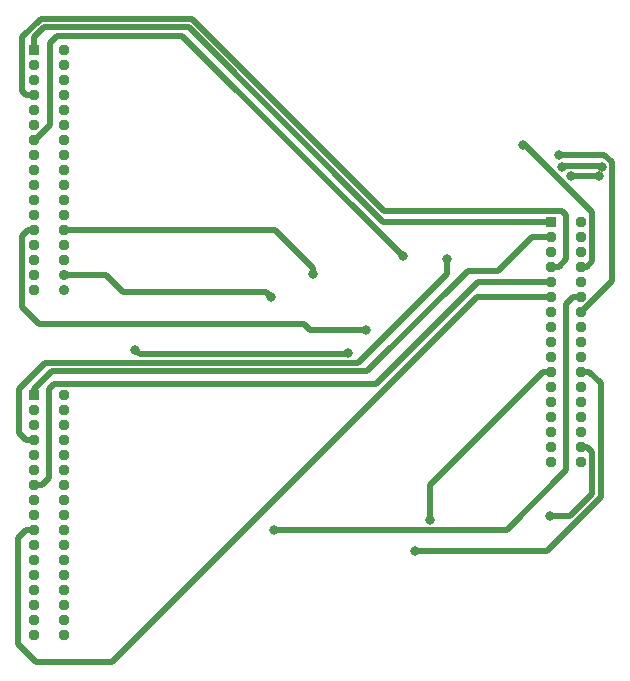
<source format=gbr>
%TF.GenerationSoftware,KiCad,Pcbnew,7.0.7*%
%TF.CreationDate,2023-09-12T10:00:41-04:00*%
%TF.ProjectId,Heater_South,48656174-6572-45f5-936f-7574682e6b69,rev?*%
%TF.SameCoordinates,Original*%
%TF.FileFunction,Copper,L1,Top*%
%TF.FilePolarity,Positive*%
%FSLAX46Y46*%
G04 Gerber Fmt 4.6, Leading zero omitted, Abs format (unit mm)*
G04 Created by KiCad (PCBNEW 7.0.7) date 2023-09-12 10:00:41*
%MOMM*%
%LPD*%
G01*
G04 APERTURE LIST*
%TA.AperFunction,ComponentPad*%
%ADD10R,0.940800X0.940800*%
%TD*%
%TA.AperFunction,ComponentPad*%
%ADD11C,0.940800*%
%TD*%
%TA.AperFunction,ComponentPad*%
%ADD12C,0.890000*%
%TD*%
%TA.AperFunction,ViaPad*%
%ADD13C,0.800000*%
%TD*%
%TA.AperFunction,Conductor*%
%ADD14C,0.508000*%
%TD*%
G04 APERTURE END LIST*
D10*
%TO.P,J2,1,Pin_1*%
%TO.N,/HB2_1*%
X93969840Y-80010000D03*
D11*
%TO.P,J2,2,Pin_2*%
%TO.N,/HB2_2*%
X96530160Y-80010000D03*
%TO.P,J2,3,Pin_3*%
%TO.N,unconnected-(J2-Pin_3-Pad3)*%
X93980000Y-81280000D03*
%TO.P,J2,4,Pin_4*%
%TO.N,unconnected-(J2-Pin_4-Pad4)*%
X96520000Y-81280000D03*
%TO.P,J2,5,Pin_5*%
%TO.N,unconnected-(J2-Pin_5-Pad5)*%
X93980000Y-82550000D03*
%TO.P,J2,6,Pin_6*%
%TO.N,unconnected-(J2-Pin_6-Pad6)*%
X96520000Y-82550000D03*
%TO.P,J2,7,Pin_7*%
%TO.N,/HB2_7*%
X93980000Y-83820000D03*
%TO.P,J2,8,Pin_8*%
%TO.N,/HB2_8*%
X96520000Y-83820000D03*
%TO.P,J2,9,Pin_9*%
%TO.N,unconnected-(J2-Pin_9-Pad9)*%
X93980000Y-85090000D03*
%TO.P,J2,10,Pin_10*%
%TO.N,unconnected-(J2-Pin_10-Pad10)*%
X96520000Y-85090000D03*
%TO.P,J2,11,Pin_11*%
%TO.N,unconnected-(J2-Pin_11-Pad11)*%
X93980000Y-86360000D03*
%TO.P,J2,12,Pin_12*%
%TO.N,unconnected-(J2-Pin_12-Pad12)*%
X96520000Y-86360000D03*
%TO.P,J2,13,Pin_13*%
%TO.N,/HB2_13*%
X93980000Y-87630000D03*
%TO.P,J2,14,Pin_14*%
%TO.N,/HB2_14*%
X96520000Y-87630000D03*
%TO.P,J2,15,Pin_15*%
%TO.N,unconnected-(J2-Pin_15-Pad15)*%
X93980000Y-88900000D03*
%TO.P,J2,16,Pin_16*%
%TO.N,unconnected-(J2-Pin_16-Pad16)*%
X96520000Y-88900000D03*
%TO.P,J2,17,Pin_17*%
%TO.N,unconnected-(J2-Pin_17-Pad17)*%
X93980000Y-90170000D03*
%TO.P,J2,18,Pin_18*%
%TO.N,unconnected-(J2-Pin_18-Pad18)*%
X96520000Y-90170000D03*
%TO.P,J2,19,Pin_19*%
%TO.N,/HB2_19*%
X93980000Y-91440000D03*
%TO.P,J2,20,Pin_20*%
%TO.N,/HB2_20*%
X96520000Y-91440000D03*
%TO.P,J2,21,Pin_21*%
%TO.N,unconnected-(J2-Pin_21-Pad21)*%
X93980000Y-92710000D03*
%TO.P,J2,22,Pin_22*%
%TO.N,unconnected-(J2-Pin_22-Pad22)*%
X96520000Y-92710000D03*
%TO.P,J2,23,Pin_23*%
%TO.N,unconnected-(J2-Pin_23-Pad23)*%
X93980000Y-93980000D03*
%TO.P,J2,24,Pin_24*%
%TO.N,unconnected-(J2-Pin_24-Pad24)*%
X96520000Y-93980000D03*
%TO.P,J2,25,Pin_25*%
%TO.N,/HB2_25*%
X93980000Y-95250000D03*
%TO.P,J2,26,Pin_26*%
%TO.N,/HB2_26*%
X96520000Y-95250000D03*
%TO.P,J2,27,Pin_27*%
%TO.N,unconnected-(J2-Pin_27-Pad27)*%
X93980000Y-96520000D03*
%TO.P,J2,28,Pin_28*%
%TO.N,unconnected-(J2-Pin_28-Pad28)*%
X96520000Y-96520000D03*
%TO.P,J2,29,Pin_29*%
%TO.N,unconnected-(J2-Pin_29-Pad29)*%
X93980000Y-97790000D03*
%TO.P,J2,30,Pin_30*%
%TO.N,unconnected-(J2-Pin_30-Pad30)*%
X96520000Y-97790000D03*
%TO.P,J2,31,Pin_31*%
%TO.N,unconnected-(J2-Pin_31-Pad31)*%
X93980000Y-99060000D03*
%TO.P,J2,32,Pin_32*%
%TO.N,unconnected-(J2-Pin_32-Pad32)*%
X96520000Y-99060000D03*
%TO.P,J2,33,Pin_33*%
%TO.N,unconnected-(J2-Pin_33-Pad33)*%
X93980000Y-100330000D03*
%TO.P,J2,34,Pin_34*%
%TO.N,unconnected-(J2-Pin_34-Pad34)*%
X96520000Y-100330000D03*
%TD*%
D10*
%TO.P,J3,1,Pin_1*%
%TO.N,/HB1_1*%
X137719840Y-65340000D03*
D11*
%TO.P,J3,2,Pin_2*%
%TO.N,/HB1_2*%
X140280160Y-65340000D03*
%TO.P,J3,3,Pin_3*%
%TO.N,/HB2_1*%
X137730000Y-66610000D03*
%TO.P,J3,4,Pin_4*%
%TO.N,/HB2_2*%
X140270000Y-66610000D03*
%TO.P,J3,5,Pin_5*%
%TO.N,/HB2_7*%
X137730000Y-67880000D03*
%TO.P,J3,6,Pin_6*%
%TO.N,/HB2_8*%
X140270000Y-67880000D03*
%TO.P,J3,7,Pin_7*%
%TO.N,/HB1_7*%
X137730000Y-69150000D03*
%TO.P,J3,8,Pin_8*%
%TO.N,/HB1_8*%
X140270000Y-69150000D03*
%TO.P,J3,9,Pin_9*%
%TO.N,/HB2_13*%
X137730000Y-70420000D03*
%TO.P,J3,10,Pin_10*%
%TO.N,/HB2_14*%
X140270000Y-70420000D03*
%TO.P,J3,11,Pin_11*%
%TO.N,/HB2_19*%
X137730000Y-71690000D03*
%TO.P,J3,12,Pin_12*%
%TO.N,/HB2_20*%
X140270000Y-71690000D03*
%TO.P,J3,13,Pin_13*%
%TO.N,/HB1_13*%
X137730000Y-72960000D03*
%TO.P,J3,14,Pin_14*%
%TO.N,/HB1_14*%
X140270000Y-72960000D03*
%TO.P,J3,15,Pin_15*%
%TO.N,unconnected-(J3-Pin_15-Pad15)*%
X137730000Y-74230000D03*
%TO.P,J3,16,Pin_16*%
%TO.N,unconnected-(J3-Pin_16-Pad16)*%
X140270000Y-74230000D03*
%TO.P,J3,17,Pin_17*%
%TO.N,unconnected-(J3-Pin_17-Pad17)*%
X137730000Y-75500000D03*
%TO.P,J3,18,Pin_18*%
%TO.N,unconnected-(J3-Pin_18-Pad18)*%
X140270000Y-75500000D03*
%TO.P,J3,19,Pin_19*%
%TO.N,unconnected-(J3-Pin_19-Pad19)*%
X137730000Y-76770000D03*
%TO.P,J3,20,Pin_20*%
%TO.N,unconnected-(J3-Pin_20-Pad20)*%
X140270000Y-76770000D03*
%TO.P,J3,21,Pin_21*%
%TO.N,/HB2_25*%
X137730000Y-78040000D03*
%TO.P,J3,22,Pin_22*%
%TO.N,/HB2_26*%
X140270000Y-78040000D03*
%TO.P,J3,23,Pin_23*%
%TO.N,unconnected-(J3-Pin_23-Pad23)*%
X137730000Y-79310000D03*
%TO.P,J3,24,Pin_24*%
%TO.N,unconnected-(J3-Pin_24-Pad24)*%
X140270000Y-79310000D03*
%TO.P,J3,25,Pin_25*%
%TO.N,/HB1_25*%
X137730000Y-80580000D03*
%TO.P,J3,26,Pin_26*%
%TO.N,/HB1_26*%
X140270000Y-80580000D03*
%TO.P,J3,27,Pin_27*%
%TO.N,unconnected-(J3-Pin_27-Pad27)*%
X137730000Y-81850000D03*
%TO.P,J3,28,Pin_28*%
%TO.N,unconnected-(J3-Pin_28-Pad28)*%
X140270000Y-81850000D03*
%TO.P,J3,29,Pin_29*%
%TO.N,unconnected-(J3-Pin_29-Pad29)*%
X137730000Y-83120000D03*
%TO.P,J3,30,Pin_30*%
%TO.N,unconnected-(J3-Pin_30-Pad30)*%
X140270000Y-83120000D03*
%TO.P,J3,31,Pin_31*%
%TO.N,/HB1_31*%
X137730000Y-84390000D03*
%TO.P,J3,32,Pin_32*%
%TO.N,/HB1_32*%
X140270000Y-84390000D03*
%TO.P,J3,33,Pin_33*%
%TO.N,unconnected-(J3-Pin_33-Pad33)*%
X137730000Y-85660000D03*
%TO.P,J3,34,Pin_34*%
%TO.N,unconnected-(J3-Pin_34-Pad34)*%
X140270000Y-85660000D03*
%TD*%
D10*
%TO.P,J1,1,Pin_1*%
%TO.N,/HB1_1*%
X93969840Y-50800000D03*
D11*
%TO.P,J1,2,Pin_2*%
%TO.N,/HB1_2*%
X96530160Y-50800000D03*
%TO.P,J1,3,Pin_3*%
%TO.N,unconnected-(J1-Pin_3-Pad3)*%
X93980000Y-52070000D03*
%TO.P,J1,4,Pin_4*%
%TO.N,unconnected-(J1-Pin_4-Pad4)*%
X96520000Y-52070000D03*
%TO.P,J1,5,Pin_5*%
%TO.N,unconnected-(J1-Pin_5-Pad5)*%
X93980000Y-53340000D03*
%TO.P,J1,6,Pin_6*%
%TO.N,unconnected-(J1-Pin_6-Pad6)*%
X96520000Y-53340000D03*
%TO.P,J1,7,Pin_7*%
%TO.N,/HB1_7*%
X93980000Y-54610000D03*
%TO.P,J1,8,Pin_8*%
%TO.N,/HB1_8*%
X96520000Y-54610000D03*
%TO.P,J1,9,Pin_9*%
%TO.N,unconnected-(J1-Pin_9-Pad9)*%
X93980000Y-55880000D03*
%TO.P,J1,10,Pin_10*%
%TO.N,unconnected-(J1-Pin_10-Pad10)*%
X96520000Y-55880000D03*
%TO.P,J1,11,Pin_11*%
%TO.N,unconnected-(J1-Pin_11-Pad11)*%
X93980000Y-57150000D03*
%TO.P,J1,12,Pin_12*%
%TO.N,unconnected-(J1-Pin_12-Pad12)*%
X96520000Y-57150000D03*
%TO.P,J1,13,Pin_13*%
%TO.N,/HB1_13*%
X93980000Y-58420000D03*
%TO.P,J1,14,Pin_14*%
%TO.N,/HB1_14*%
X96520000Y-58420000D03*
%TO.P,J1,15,Pin_15*%
%TO.N,unconnected-(J1-Pin_15-Pad15)*%
X93980000Y-59690000D03*
%TO.P,J1,16,Pin_16*%
%TO.N,unconnected-(J1-Pin_16-Pad16)*%
X96520000Y-59690000D03*
%TO.P,J1,17,Pin_17*%
%TO.N,unconnected-(J1-Pin_17-Pad17)*%
X93980000Y-60960000D03*
%TO.P,J1,18,Pin_18*%
%TO.N,unconnected-(J1-Pin_18-Pad18)*%
X96520000Y-60960000D03*
%TO.P,J1,19,Pin_19*%
%TO.N,unconnected-(J1-Pin_19-Pad19)*%
X93980000Y-62230000D03*
%TO.P,J1,20,Pin_20*%
%TO.N,unconnected-(J1-Pin_20-Pad20)*%
X96520000Y-62230000D03*
%TO.P,J1,21,Pin_21*%
%TO.N,unconnected-(J1-Pin_21-Pad21)*%
X93980000Y-63500000D03*
%TO.P,J1,22,Pin_22*%
%TO.N,unconnected-(J1-Pin_22-Pad22)*%
X96520000Y-63500000D03*
%TO.P,J1,23,Pin_23*%
%TO.N,unconnected-(J1-Pin_23-Pad23)*%
X93980000Y-64770000D03*
%TO.P,J1,24,Pin_24*%
%TO.N,unconnected-(J1-Pin_24-Pad24)*%
X96520000Y-64770000D03*
%TO.P,J1,25,Pin_25*%
%TO.N,/HB1_25*%
X93980000Y-66040000D03*
%TO.P,J1,26,Pin_26*%
%TO.N,/HB1_26*%
X96520000Y-66040000D03*
%TO.P,J1,27,Pin_27*%
%TO.N,unconnected-(J1-Pin_27-Pad27)*%
X93980000Y-67310000D03*
%TO.P,J1,28,Pin_28*%
%TO.N,unconnected-(J1-Pin_28-Pad28)*%
X96520000Y-67310000D03*
%TO.P,J1,29,Pin_29*%
%TO.N,unconnected-(J1-Pin_29-Pad29)*%
X93980000Y-68580000D03*
%TO.P,J1,30,Pin_30*%
%TO.N,unconnected-(J1-Pin_30-Pad30)*%
X96520000Y-68580000D03*
%TO.P,J1,31,Pin_31*%
%TO.N,/HB1_31*%
X93980000Y-69850000D03*
D12*
%TO.P,J1,32,Pin_32*%
%TO.N,/HB1_32*%
X96520000Y-69850000D03*
D11*
%TO.P,J1,33,Pin_33*%
%TO.N,unconnected-(J1-Pin_33-Pad33)*%
X93980000Y-71120000D03*
D12*
%TO.P,J1,34,Pin_34*%
%TO.N,unconnected-(J1-Pin_34-Pad34)*%
X96520000Y-71120000D03*
%TD*%
D13*
%TO.N,/HB1_8*%
X135382000Y-58836500D03*
%TO.N,/HB1_13*%
X125200000Y-68300000D03*
%TO.N,/HB1_14*%
X138430000Y-59690000D03*
%TO.N,/HB1_25*%
X122100000Y-74500000D03*
%TO.N,/HB1_26*%
X117600000Y-69800000D03*
%TO.N,/HB1_31*%
X102500000Y-76200000D03*
X120554500Y-76454500D03*
%TO.N,/HB1_32*%
X137600000Y-90300000D03*
X114060060Y-71746973D03*
%TO.N,/HB2_2*%
X141800000Y-61500000D03*
X139426660Y-61500000D03*
%TO.N,/HB2_7*%
X128900000Y-68500000D03*
%TO.N,/HB2_8*%
X138669766Y-60693724D03*
X142046500Y-60693724D03*
%TO.N,/HB2_20*%
X114300000Y-91440000D03*
%TO.N,/HB2_25*%
X127480125Y-90586500D03*
%TO.N,/HB2_26*%
X126238000Y-93218000D03*
%TD*%
D14*
%TO.N,/HB1_1*%
X93969840Y-49730160D02*
X93969840Y-50800000D01*
X106690737Y-48892000D02*
X94808000Y-48892000D01*
X94808000Y-48892000D02*
X93969840Y-49730160D01*
X137719840Y-65340000D02*
X123506000Y-65340000D01*
X123506000Y-65340000D02*
X107074000Y-48908000D01*
X106706737Y-48908000D02*
X106690737Y-48892000D01*
X107074000Y-48908000D02*
X106706737Y-48908000D01*
%TO.N,/HB1_7*%
X139000000Y-64771360D02*
X138644240Y-64415600D01*
X92964000Y-49734736D02*
X92964000Y-54259246D01*
X106984000Y-48184000D02*
X94514736Y-48184000D01*
X137730000Y-69150000D02*
X138395246Y-69150000D01*
X107000000Y-48200000D02*
X106984000Y-48184000D01*
X139000000Y-68545246D02*
X139000000Y-64771360D01*
X94514736Y-48184000D02*
X92964000Y-49734736D01*
X138395246Y-69150000D02*
X139000000Y-68545246D01*
X92964000Y-54259246D02*
X93314754Y-54610000D01*
X93314754Y-54610000D02*
X93980000Y-54610000D01*
X138644240Y-64415600D02*
X123582864Y-64415600D01*
X107367264Y-48200000D02*
X107000000Y-48200000D01*
X123582864Y-64415600D02*
X107367264Y-48200000D01*
%TO.N,/HB1_8*%
X141224000Y-68676000D02*
X140750000Y-69150000D01*
X140750000Y-69150000D02*
X140270000Y-69150000D01*
X135382000Y-58836500D02*
X135544500Y-58836500D01*
X141224000Y-64516000D02*
X141224000Y-68676000D01*
X135544500Y-58836500D02*
X141224000Y-64516000D01*
%TO.N,/HB1_13*%
X95900000Y-49600000D02*
X95300000Y-50200000D01*
X94017300Y-58420000D02*
X93980000Y-58420000D01*
X125196000Y-68300000D02*
X106496000Y-49600000D01*
X95300000Y-57137300D02*
X94017300Y-58420000D01*
X106496000Y-49600000D02*
X95900000Y-49600000D01*
X95300000Y-50200000D02*
X95300000Y-57137300D01*
X125200000Y-68300000D02*
X125196000Y-68300000D01*
%TO.N,/HB1_14*%
X140307300Y-72960000D02*
X140270000Y-72960000D01*
X142900000Y-70367300D02*
X140307300Y-72960000D01*
X142900000Y-60339485D02*
X142900000Y-70367300D01*
X138430000Y-59690000D02*
X142250515Y-59690000D01*
X142250515Y-59690000D02*
X142900000Y-60339485D01*
%TO.N,/HB1_25*%
X94400000Y-74000000D02*
X92964000Y-72564000D01*
X116800000Y-74000000D02*
X94400000Y-74000000D01*
X92964000Y-66536000D02*
X93460000Y-66040000D01*
X117300000Y-74500000D02*
X116800000Y-74000000D01*
X93460000Y-66040000D02*
X93980000Y-66040000D01*
X122100000Y-74500000D02*
X117300000Y-74500000D01*
X92964000Y-72564000D02*
X92964000Y-66536000D01*
%TO.N,/HB1_26*%
X117600000Y-69300000D02*
X114400000Y-66100000D01*
X114300000Y-66100000D02*
X114240000Y-66040000D01*
X117600000Y-69800000D02*
X117600000Y-69300000D01*
X114240000Y-66040000D02*
X96520000Y-66040000D01*
X114400000Y-66100000D02*
X114300000Y-66100000D01*
%TO.N,unconnected-(J1-Pin_29-Pad29)*%
X93980000Y-68620000D02*
X93980000Y-68580000D01*
X93902700Y-68620000D02*
X93980000Y-68620000D01*
%TO.N,/HB1_31*%
X120554500Y-76454500D02*
X120409000Y-76600000D01*
X120409000Y-76600000D02*
X102900000Y-76600000D01*
X102900000Y-76600000D02*
X102500000Y-76200000D01*
%TO.N,/HB1_32*%
X141224000Y-88392000D02*
X139316000Y-90300000D01*
X101500000Y-71300000D02*
X100050000Y-69850000D01*
X141224000Y-84824000D02*
X141224000Y-88392000D01*
X100050000Y-69850000D02*
X96520000Y-69850000D01*
X140790000Y-84390000D02*
X141224000Y-84824000D01*
X140270000Y-84390000D02*
X140790000Y-84390000D01*
X113613087Y-71300000D02*
X101500000Y-71300000D01*
X114060060Y-71746973D02*
X113613087Y-71300000D01*
X139316000Y-90300000D02*
X137600000Y-90300000D01*
%TO.N,/HB2_1*%
X122184000Y-78016000D02*
X95484000Y-78016000D01*
X95484000Y-78016000D02*
X93969840Y-79530160D01*
X133200000Y-69500000D02*
X130700000Y-69500000D01*
X93969840Y-79530160D02*
X93969840Y-80010000D01*
X136090000Y-66610000D02*
X133200000Y-69500000D01*
X137730000Y-66610000D02*
X136090000Y-66610000D01*
X130700000Y-69500000D02*
X122184000Y-78016000D01*
%TO.N,/HB2_2*%
X139548160Y-61468000D02*
X141768000Y-61468000D01*
X141768000Y-61468000D02*
X141800000Y-61500000D01*
X139426660Y-61346500D02*
X139548160Y-61468000D01*
%TO.N,/HB2_7*%
X92700000Y-83205246D02*
X93314754Y-83820000D01*
X121392000Y-77308000D02*
X94904000Y-77308000D01*
X128900000Y-68500000D02*
X128900000Y-69800000D01*
X128900000Y-69800000D02*
X121392000Y-77308000D01*
X93314754Y-83820000D02*
X93980000Y-83820000D01*
X94904000Y-77308000D02*
X92700000Y-79512000D01*
X92700000Y-79512000D02*
X92700000Y-83205246D01*
%TO.N,/HB2_8*%
X138724990Y-60638500D02*
X141939612Y-60638500D01*
X141939612Y-60638500D02*
X142046500Y-60531612D01*
X138669766Y-60693724D02*
X138724990Y-60638500D01*
%TO.N,/HB2_13*%
X95614400Y-79085600D02*
X95200000Y-79500000D01*
X95200000Y-87075246D02*
X94645246Y-87630000D01*
X95200000Y-79500000D02*
X95200000Y-87075246D01*
X94645246Y-87630000D02*
X93980000Y-87630000D01*
X122914400Y-79085600D02*
X95614400Y-79085600D01*
X137730000Y-70420000D02*
X131580000Y-70420000D01*
X131580000Y-70420000D02*
X122914400Y-79085600D01*
%TO.N,/HB2_19*%
X94116000Y-102616000D02*
X92600000Y-101100000D01*
X137730000Y-71690000D02*
X131502261Y-71690000D01*
X92600000Y-92154754D02*
X93314754Y-91440000D01*
X92600000Y-101100000D02*
X92600000Y-92154754D01*
X93314754Y-91440000D02*
X93980000Y-91440000D01*
X100576261Y-102616000D02*
X94116000Y-102616000D01*
X131502261Y-71690000D02*
X100576261Y-102616000D01*
%TO.N,/HB2_20*%
X139000000Y-86400000D02*
X139000000Y-72294754D01*
X114300000Y-91440000D02*
X133960000Y-91440000D01*
X139604754Y-71690000D02*
X140270000Y-71690000D01*
X139000000Y-72294754D02*
X139604754Y-71690000D01*
X133960000Y-91440000D02*
X139000000Y-86400000D01*
%TO.N,/HB2_25*%
X127480125Y-87624629D02*
X137064754Y-78040000D01*
X127480125Y-90586500D02*
X127480125Y-87624629D01*
X137064754Y-78040000D02*
X137730000Y-78040000D01*
%TO.N,/HB2_26*%
X126238000Y-93218000D02*
X137399263Y-93218000D01*
X137399263Y-93218000D02*
X141932000Y-88685263D01*
X141932000Y-79036754D02*
X140935246Y-78040000D01*
X141932000Y-88685263D02*
X141932000Y-79036754D01*
X140935246Y-78040000D02*
X140270000Y-78040000D01*
%TD*%
M02*

</source>
